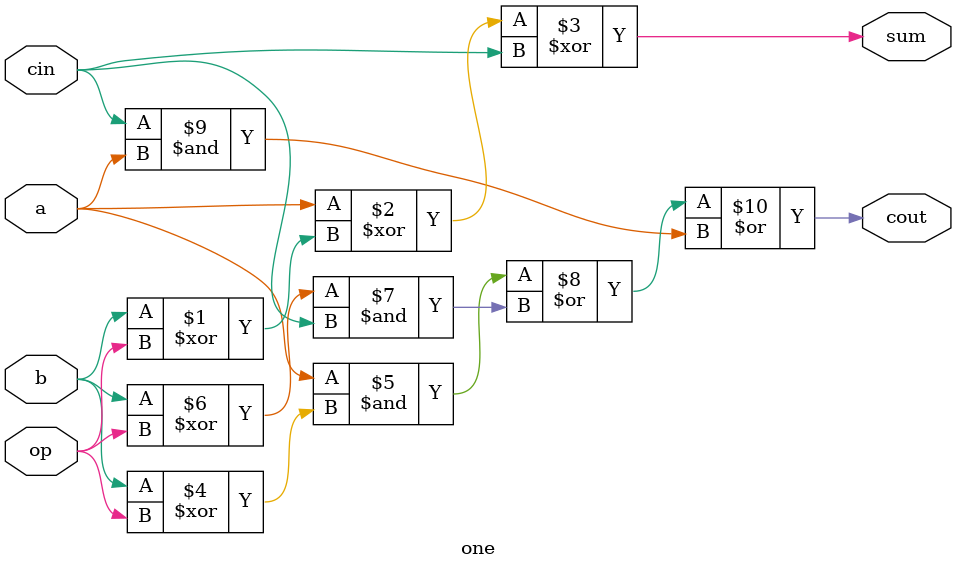
<source format=v>
`timescale 1ns / 1ps
module one(a,b,op,cin,sum,cout);
        input a;
        input b;
        input cin;
        input op;
        output sum;
        wire sum;
        output cout;
        wire cout;
        assign sum=a^(b^op)^cin;
        assign cout=(a&(b^op))|((b^op)&cin)|(cin&a);
endmodule

</source>
